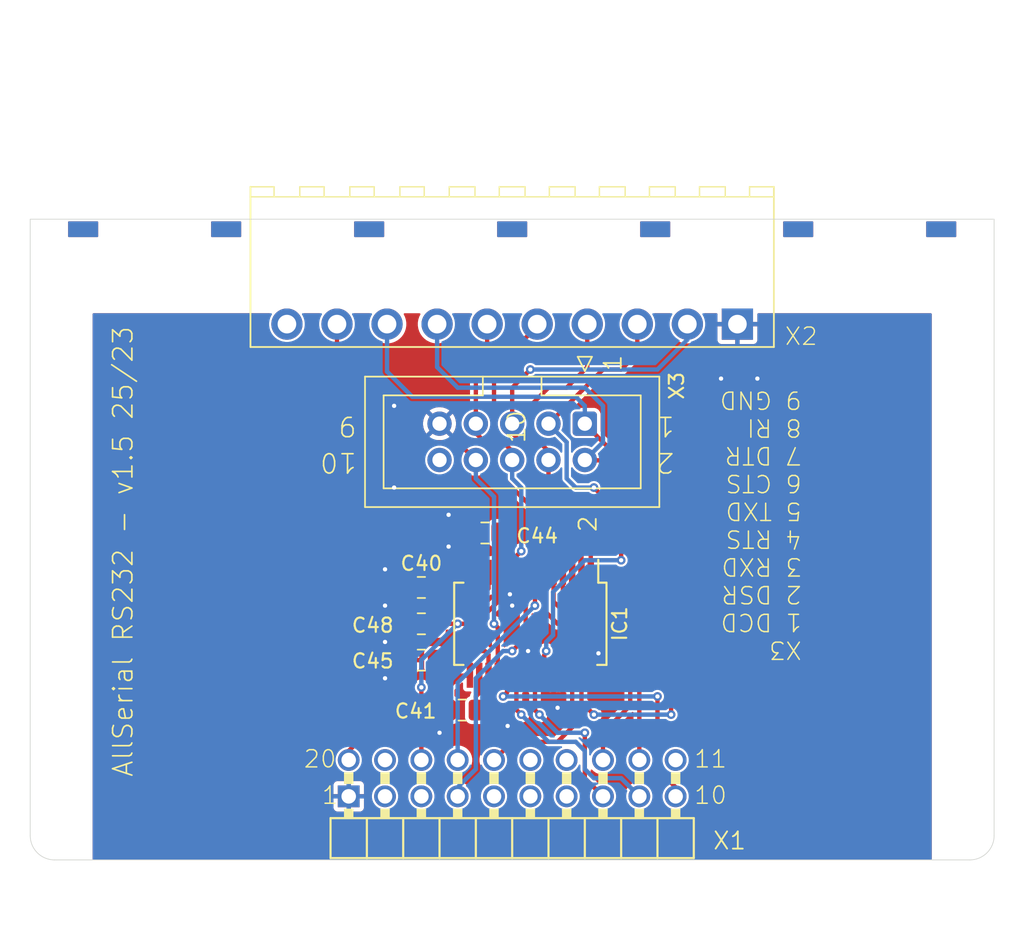
<source format=kicad_pcb>
(kicad_pcb (version 20241229) (generator "pcbnew") (generator_version "9.0")
  (layers (0 "F.Cu" signal "Top") (2 "B.Cu" signal "Bottom") (13 "F.Paste" user) (15 "B.Paste" user) (5 "F.SilkS" user "F.Silkscreen") (7 "B.SilkS" user "B.Silkscreen") (1 "F.Mask" user) (3 "B.Mask" user) (25 "Edge.Cuts" user))
  (net 0 "")
  (net 1 "GND")
  (net 2 "+5V")
  (net 3 "Net-(IC1A-C1-)")
  (net 4 "Net-(IC1A-C1+)")
  (net 5 "Net-(IC1A-C2+)")
  (net 6 "Net-(IC1A-C2-)")
  (net 7 "Net-(IC1A-V+)")
  (net 8 "Net-(IC1A-R2OUT)")
  (net 9 "/DCD")
  (net 10 "/RXD")
  (net 11 "/RI")
  (net 12 "/CTS")
  (net 13 "/DSR")
  (net 14 "/DTR")
  (net 15 "/TXD")
  (net 16 "/RTS")
  (net 17 "Net-(IC1A-T2IN)")
  (net 18 "Net-(IC1A-T1IN)")
  (net 19 "Net-(IC1A-R1OUT)")
  (net 20 "Net-(IC1A-V-)")
  (net 21 "Net-(IC1A-R5OUT)")
  (net 22 "Net-(IC1A-T3IN)")
  (net 23 "Net-(IC1A-R4OUT)")
  (net 24 "Net-(IC1A-R3OUT)")
  (footprint "Capacitor_SMD:C_0805_2012Metric" (layer "F.Cu") (at 142.1511 108.3536)
    (property "Reference" "C40" (at 0 -1.68 0) (layer "F.SilkS"))
    (property "Value" "100n")
    (fp_line (start -0.261252 -0.735) (end 0.261252 -0.735) (stroke (width 0.12)) (layer "F.SilkS"))
    (fp_line (start -0.261252 0.735) (end 0.261252 0.735) (stroke (width 0.12)) (layer "F.SilkS"))
    (pad "1" smd roundrect (at -0.95 0) (size 1 1.45) (layers "F.Cu" "F.Mask" "F.Paste") (net 3 "Net-(IC1A-C1-)"))
    (pad "2" smd roundrect (at 0.95 0) (size 1 1.45) (layers "F.Cu" "F.Mask" "F.Paste") (net 4 "Net-(IC1A-C1+)"))
  )
  (footprint "Capacitor_SMD:C_0805_2012Metric" (layer "F.Cu") (at 145.0086 116.9261)
    (property "Reference" "C41" (at -3.2586 0.0739 0) (layer "F.SilkS"))
    (property "Value" "100n")
    (fp_line (start -0.261252 -0.735) (end 0.261252 -0.735) (stroke (width 0.12)) (layer "F.SilkS"))
    (fp_line (start -0.261252 0.735) (end 0.261252 0.735) (stroke (width 0.12)) (layer "F.SilkS"))
    (pad "1" smd roundrect (at -0.95 0) (size 1 1.45) (layers "F.Cu" "F.Mask" "F.Paste") (net 5 "Net-(IC1A-C2+)"))
    (pad "2" smd roundrect (at 0.95 0) (size 1 1.45) (layers "F.Cu" "F.Mask" "F.Paste") (net 6 "Net-(IC1A-C2-)"))
  )
  (footprint "Capacitor_SMD:C_0805_2012Metric" (layer "F.Cu") (at 146.5961 104.5436)
    (property "Reference" "C44" (at 3.6539 0.2064 0) (layer "F.SilkS"))
    (property "Value" "100n")
    (fp_line (start -0.261252 -0.735) (end 0.261252 -0.735) (stroke (width 0.12)) (layer "F.SilkS"))
    (fp_line (start -0.261252 0.735) (end 0.261252 0.735) (stroke (width 0.12)) (layer "F.SilkS"))
    (pad "1" smd roundrect (at -0.95 0) (size 1 1.45) (layers "F.Cu" "F.Mask" "F.Paste") (net 7 "Net-(IC1A-V+)"))
    (pad "2" smd roundrect (at 0.95 0) (size 1 1.45) (layers "F.Cu" "F.Mask" "F.Paste") (net 2 "+5V"))
  )
  (footprint "Capacitor_SMD:C_0805_2012Metric" (layer "F.Cu") (at 142.1511 113.4336 180)
    (property "Reference" "C45" (at 3.4011 -0.0664 180) (layer "F.SilkS"))
    (property "Value" "100n")
    (fp_line (start -0.261252 0.735) (end 0.261252 0.735) (stroke (width 0.12)) (layer "F.SilkS"))
    (fp_line (start -0.261252 -0.735) (end 0.261252 -0.735) (stroke (width 0.12)) (layer "F.SilkS"))
    (pad "1" smd roundrect (at -0.95 0 180) (size 1 1.45) (layers "F.Cu" "F.Mask" "F.Paste") (net 20 "Net-(IC1A-V-)"))
    (pad "2" smd roundrect (at 0.95 0 180) (size 1 1.45) (layers "F.Cu" "F.Mask" "F.Paste") (net 1 "GND"))
  )
  (footprint "Capacitor_SMD:C_0805_2012Metric" (layer "F.Cu") (at 142.1511 110.8936 180)
    (property "Reference" "C48" (at 3.4011 -0.1064 180) (layer "F.SilkS"))
    (property "Value" "100n")
    (fp_line (start -0.261252 0.735) (end 0.261252 0.735) (stroke (width 0.12)) (layer "F.SilkS"))
    (fp_line (start -0.261252 -0.735) (end 0.261252 -0.735) (stroke (width 0.12)) (layer "F.SilkS"))
    (pad "1" smd roundrect (at -0.95 0 180) (size 1 1.45) (layers "F.Cu" "F.Mask" "F.Paste") (net 2 "+5V"))
    (pad "2" smd roundrect (at 0.95 0 180) (size 1 1.45) (layers "F.Cu" "F.Mask" "F.Paste") (net 1 "GND"))
  )
  (footprint "AllSerial:SlaveBoard" (layer "F.Cu") (at 148.5011 127.4036)
    (property "Reference" "X1" (at 13.97 -0.635 0) (layer "F.SilkS") (effects (font (size 1.2065 1.2065) (thickness 0.127)) (justify left bottom)))
    (property "Value" "ALLSERIALSLAVE" (hide yes))
    (fp_rect (start -31 -44.6) (end -29 -43.6) (stroke (width 0.1)) (fill yes) (layer "F.Cu"))
    (fp_rect (start -21 -44.6) (end -19 -43.6) (stroke (width 0.1)) (fill yes) (layer "F.Cu"))
    (fp_rect (start -11 -44.6) (end -9 -43.6) (stroke (width 0.1)) (fill yes) (layer "F.Cu"))
    (fp_rect (start -1 -44.6) (end 1 -43.6) (stroke (width 0.1)) (fill yes) (layer "F.Cu"))
    (fp_rect (start 9 -44.6) (end 11 -43.6) (stroke (width 0.1)) (fill yes) (layer "F.Cu"))
    (fp_rect (start 19 -44.6) (end 21 -43.6) (stroke (width 0.1)) (fill yes) (layer "F.Cu"))
    (fp_rect (start 29 -44.6) (end 31 -43.6) (stroke (width 0.1)) (fill yes) (layer "F.Cu"))
    (fp_rect (start -31 -44.6) (end -29 -43.6) (stroke (width 0.1)) (fill yes) (layer "B.Cu"))
    (fp_rect (start -21 -44.6) (end -19 -43.6) (stroke (width 0.1)) (fill yes) (layer "B.Cu"))
    (fp_rect (start -11 -44.6) (end -9 -43.6) (stroke (width 0.1)) (fill yes) (layer "B.Cu"))
    (fp_rect (start -1 -44.6) (end 1 -43.6) (stroke (width 0.1)) (fill yes) (layer "B.Cu"))
    (fp_rect (start 9 -44.6) (end 11 -43.6) (stroke (width 0.1)) (fill yes) (layer "B.Cu"))
    (fp_rect (start 19 -44.6) (end 21 -43.6) (stroke (width 0.1)) (fill yes) (layer "B.Cu"))
    (fp_rect (start 29 -44.6) (end 31 -43.6) (stroke (width 0.1)) (fill yes) (layer "B.Cu"))
    (fp_line (start -12.7 -2.921) (end -12.7 -0.127) (stroke (width 0.1524)) (layer "F.SilkS"))
    (fp_line (start -12.7 -2.921) (end -10.16 -2.921) (stroke (width 0.1524)) (layer "F.SilkS"))
    (fp_line (start -10.16 -2.921) (end -10.16 -0.127) (stroke (width 0.1524)) (layer "F.SilkS"))
    (fp_line (start -10.16 -2.921) (end -7.62 -2.921) (stroke (width 0.1524)) (layer "F.SilkS"))
    (fp_line (start -10.16 -0.127) (end -12.7 -0.127) (stroke (width 0.1524)) (layer "F.SilkS"))
    (fp_line (start -7.62 -2.921) (end -7.62 -0.127) (stroke (width 0.1524)) (layer "F.SilkS"))
    (fp_line (start -7.62 -2.921) (end -5.08 -2.921) (stroke (width 0.1524)) (layer "F.SilkS"))
    (fp_line (start -7.62 -0.127) (end -10.16 -0.127) (stroke (width 0.1524)) (layer "F.SilkS"))
    (fp_line (start -5.08 -2.921) (end -5.08 -0.127) (stroke (width 0.1524)) (layer "F.SilkS"))
    (fp_line (start -5.08 -0.127) (end -7.62 -0.127) (stroke (width 0.1524)) (layer "F.SilkS"))
    (fp_line (start -2.54 -2.921) (end -5.08 -2.921) (stroke (width 0.1524)) (layer "F.SilkS"))
    (fp_line (start -2.54 -2.921) (end -2.54 -0.127) (stroke (width 0.1524)) (layer "F.SilkS"))
    (fp_line (start -2.54 -2.921) (end 0 -2.921) (stroke (width 0.1524)) (layer "F.SilkS"))
    (fp_line (start -2.54 -0.127) (end -5.08 -0.127) (stroke (width 0.1524)) (layer "F.SilkS"))
    (fp_line (start 0 -2.921) (end 0 -0.127) (stroke (width 0.1524)) (layer "F.SilkS"))
    (fp_line (start 0 -2.921) (end 2.54 -2.921) (stroke (width 0.1524)) (layer "F.SilkS"))
    (fp_line (start 0 -0.127) (end -2.54 -0.127) (stroke (width 0.1524)) (layer "F.SilkS"))
    (fp_line (start 2.54 -2.921) (end 2.54 -0.127) (stroke (width 0.1524)) (layer "F.SilkS"))
    (fp_line (start 2.54 -2.921) (end 5.08 -2.921) (stroke (width 0.1524)) (layer "F.SilkS"))
    (fp_line (start 2.54 -0.127) (end 0 -0.127) (stroke (width 0.1524)) (layer "F.SilkS"))
    (fp_line (start 5.08 -2.921) (end 5.08 -0.127) (stroke (width 0.1524)) (layer "F.SilkS"))
    (fp_line (start 5.08 -2.921) (end 7.62 -2.921) (stroke (width 0.1524)) (layer "F.SilkS"))
    (fp_line (start 5.08 -0.127) (end 2.54 -0.127) (stroke (width 0.1524)) (layer "F.SilkS"))
    (fp_line (start 7.62 -2.921) (end 7.62 -0.127) (stroke (width 0.1524)) (layer "F.SilkS"))
    (fp_line (start 7.62 -0.127) (end 5.08 -0.127) (stroke (width 0.1524)) (layer "F.SilkS"))
    (fp_line (start 10.16 -2.921) (end 7.62 -2.921) (stroke (width 0.1524)) (layer "F.SilkS"))
    (fp_line (start 10.16 -2.921) (end 10.16 -0.127) (stroke (width 0.1524)) (layer "F.SilkS"))
    (fp_line (start 10.16 -2.921) (end 12.7 -2.921) (stroke (width 0.1524)) (layer "F.SilkS"))
    (fp_line (start 10.16 -0.127) (end 7.62 -0.127) (stroke (width 0.1524)) (layer "F.SilkS"))
    (fp_line (start 12.7 -2.921) (end 12.7 -0.127) (stroke (width 0.1524)) (layer "F.SilkS"))
    (fp_line (start 12.7 -0.127) (end 10.16 -0.127) (stroke (width 0.1524)) (layer "F.SilkS"))
    (fp_poly (pts (xy -11.0998 -6.1214) (xy -11.7602 -6.1214) (xy -11.7602 -5.3086) (xy -11.0998 -5.3086)) (fill yes) (layer "F.SilkS"))
    (fp_poly (pts (xy -11.0998 -3.5814) (xy -11.7602 -3.5814) (xy -11.7602 -2.921) (xy -11.0998 -2.921)) (fill yes) (layer "F.SilkS"))
    (fp_poly (pts (xy -8.5598 -6.1214) (xy -9.2202 -6.1214) (xy -9.2202 -5.3086) (xy -8.5598 -5.3086)) (fill yes) (layer "F.SilkS"))
    (fp_poly (pts (xy -8.5598 -3.5814) (xy -9.2202 -3.5814) (xy -9.2202 -2.921) (xy -8.5598 -2.921)) (fill yes) (layer "F.SilkS"))
    (fp_poly (pts (xy -6.0198 -6.1214) (xy -6.6802 -6.1214) (xy -6.6802 -5.3086) (xy -6.0198 -5.3086)) (fill yes) (layer "F.SilkS"))
    (fp_poly (pts (xy -6.0198 -3.5814) (xy -6.6802 -3.5814) (xy -6.6802 -2.921) (xy -6.0198 -2.921)) (fill yes) (layer "F.SilkS"))
    (fp_poly (pts (xy -3.4798 -6.1214) (xy -4.1402 -6.1214) (xy -4.1402 -5.3086) (xy -3.4798 -5.3086)) (fill yes) (layer "F.SilkS"))
    (fp_poly (pts (xy -3.4798 -3.5814) (xy -4.1402 -3.5814) (xy -4.1402 -2.921) (xy -3.4798 -2.921)) (fill yes) (layer "F.SilkS"))
    (fp_poly (pts (xy -0.9398 -6.1214) (xy -1.6002 -6.1214) (xy -1.6002 -5.3086) (xy -0.9398 -5.3086)) (fill yes) (layer "F.SilkS"))
    (fp_poly (pts (xy -0.9398 -3.5814) (xy -1.6002 -3.5814) (xy -1.6002 -2.921) (xy -0.9398 -2.921)) (fill yes) (layer "F.SilkS"))
    (fp_poly (pts (xy 1.6002 -6.1214) (xy 0.9398 -6.1214) (xy 0.9398 -5.3086) (xy 1.6002 -5.3086)) (fill yes) (layer "F.SilkS"))
    (fp_poly (pts (xy 1.6002 -3.5814) (xy 0.9398 -3.5814) (xy 0.9398 -2.921) (xy 1.6002 -2.921)) (fill yes) (layer "F.SilkS"))
    (fp_poly (pts (xy 4.1402 -6.1214) (xy 3.4798 -6.1214) (xy 3.4798 -5.3086) (xy 4.1402 -5.3086)) (fill yes) (layer "F.SilkS"))
    (fp_poly (pts (xy 4.1402 -3.5814) (xy 3.4798 -3.5814) (xy 3.4798 -2.921) (xy 4.1402 -2.921)) (fill yes) (layer "F.SilkS"))
    (fp_poly (pts (xy 6.6802 -6.1214) (xy 6.0198 -6.1214) (xy 6.0198 -5.3086) (xy 6.6802 -5.3086)) (fill yes) (layer "F.SilkS"))
    (fp_poly (pts (xy 6.6802 -3.5814) (xy 6.0198 -3.5814) (xy 6.0198 -2.921) (xy 6.6802 -2.921)) (fill yes) (layer "F.SilkS"))
    (fp_poly (pts (xy 9.2202 -6.1214) (xy 8.5598 -6.1214) (xy 8.5598 -5.3086) (xy 9.2202 -5.3086)) (fill yes) (layer "F.SilkS"))
    (fp_poly (pts (xy 9.2202 -3.5814) (xy 8.5598 -3.5814) (xy 8.5598 -2.921) (xy 9.2202 -2.921)) (fill yes) (layer "F.SilkS"))
    (fp_poly (pts (xy 11.7602 -6.1214) (xy 11.0998 -6.1214) (xy 11.0998 -5.3086) (xy 11.7602 -5.3086)) (fill yes) (layer "F.SilkS"))
    (fp_poly (pts (xy 11.7602 -3.5814) (xy 11.0998 -3.5814) (xy 11.0998 -2.921) (xy 11.7602 -2.921)) (fill yes) (layer "F.SilkS"))
    (fp_line (start -33.7 -44.8) (end 33.7 -44.8) (stroke (width 0.05)) (layer "Edge.Cuts"))
    (fp_line (start -33.7 -1.7) (end -33.7 -44.8) (stroke (width 0.05)) (layer "Edge.Cuts"))
    (fp_line (start 32 0) (end -32 0) (stroke (width 0.05)) (layer "Edge.Cuts"))
    (fp_line (start 33.7 -44.8) (end 33.7 -1.7) (stroke (width 0.05)) (layer "Edge.Cuts"))
    (fp_arc (start -32 0) (mid -33.202082 -0.497918) (end -33.7 -1.7) (stroke (width 0.05)) (layer "Edge.Cuts"))
    (fp_arc (start 33.7 -1.7) (mid 33.202082 -0.497918) (end 32 0) (stroke (width 0.05)) (layer "Edge.Cuts"))
    (fp_text user "1" (at -13.38 -3.81 0) (layer "F.SilkS") (effects (font (size 1.2065 1.2065) (thickness 0.1016)) (justify left bottom)))
    (fp_text user "11" (at 12.655 -6.35 0) (layer "F.SilkS") (effects (font (size 1.2065 1.2065) (thickness 0.1016)) (justify left bottom)))
    (fp_text user "10" (at 12.655 -3.81 0) (layer "F.SilkS") (effects (font (size 1.2065 1.2065) (thickness 0.1016)) (justify left bottom)))
    (fp_text user "20" (at -14.65 -6.35 0) (layer "F.SilkS") (effects (font (size 1.2065 1.2065) (thickness 0.1016)) (justify left bottom)))
    (pad "1" thru_hole rect (at -11.43 -4.445 180) (size 1.524 1.524) (drill 1.016) (layers "*.Cu" "*.Mask") (net 1 "GND"))
    (pad "2" thru_hole circle (at -8.89 -4.445 180) (size 1.524 1.524) (drill 1.016) (layers "*.Cu" "*.Mask"))
    (pad "3" thru_hole circle (at -6.35 -4.445 180) (size 1.524 1.524) (drill 1.016) (layers "*.Cu" "*.Mask"))
    (pad "4" thru_hole circle (at -3.81 -4.445 180) (size 1.524 1.524) (drill 1.016) (layers "*.Cu" "*.Mask") (net 19 "Net-(IC1A-R1OUT)"))
    (pad "5" thru_hole circle (at -1.27 -4.445 180) (size 1.524 1.524) (drill 1.016) (layers "*.Cu" "*.Mask"))
    (pad "6" thru_hole circle (at 1.27 -4.445 180) (size 1.524 1.524) (drill 1.016) (layers "*.Cu" "*.Mask"))
    (pad "7" thru_hole circle (at 3.81 -4.445 180) (size 1.524 1.524) (drill 1.016) (layers "*.Cu" "*.Mask"))
    (pad "8" thru_hole circle (at 6.35 -4.445 180) (size 1.524 1.524) (drill 1.016) (layers "*.Cu" "*.Mask") (net 23 "Net-(IC1A-R4OUT)"))
    (pad "9" thru_hole circle (at 8.89 -4.445 180) (size 1.524 1.524) (drill 1.016) (layers "*.Cu" "*.Mask") (net 22 "Net-(IC1A-T3IN)"))
    (pad "10" thru_hole circle (at 11.43 -4.445 180) (size 1.524 1.524) (drill 1.016) (layers "*.Cu" "*.Mask") (net 21 "Net-(IC1A-R5OUT)"))
    (pad "11" thru_hole circle (at 11.43 -6.985 180) (size 1.524 1.524) (drill 1.016) (layers "*.Cu" "*.Mask"))
    (pad "12" thru_hole circle (at 8.89 -6.985 180) (size 1.524 1.524) (drill 1.016) (layers "*.Cu" "*.Mask") (net 8 "Net-(IC1A-R2OUT)"))
    (pad "13" thru_hole circle (at 6.35 -6.985 180) (size 1.524 1.524) (drill 1.016) (layers "*.Cu" "*.Mask") (net 17 "Net-(IC1A-T2IN)"))
    (pad "14" thru_hole circle (at 3.81 -6.985 180) (size 1.524 1.524) (drill 1.016) (layers "*.Cu" "*.Mask"))
    (pad "15" thru_hole circle (at 1.27 -6.985 180) (size 1.524 1.524) (drill 1.016) (layers "*.Cu" "*.Mask"))
    (pad "16" thru_hole circle (at -1.27 -6.985 180) (size 1.524 1.524) (drill 1.016) (layers "*.Cu" "*.Mask") (net 24 "Net-(IC1A-R3OUT)"))
    (pad "17" thru_hole circle (at -3.81 -6.985 180) (size 1.524 1.524) (drill 1.016) (layers "*.Cu" "*.Mask") (net 18 "Net-(IC1A-T1IN)"))
    (pad "18" thru_hole circle (at -6.35 -6.985 180) (size 1.524 1.524) (drill 1.016) (layers "*.Cu" "*.Mask") (net 2 "+5V"))
    (pad "19" thru_hole circle (at -8.89 -6.985 180) (size 1.524 1.524) (drill 1.016) (layers "*.Cu" "*.Mask"))
    (pad "20" thru_hole circle (at -11.43 -6.985 180) (size 1.524 1.524) (drill 1.016) (layers "*.Cu" "*.Mask") (net 2 "+5V"))
  )
  (footprint "Package_SO:SSOP-28_5.3x10.2mm_P0.65mm" (layer "F.Cu") (at 149.7711 110.8936 -90)
    (property "Reference" "IC1" (at 0 -6.25 270) (layer "F.SilkS"))
    (property "Value" "MAX211CDB")
    (fp_line (start -2.875 5.325) (end 2.875 5.325) (stroke (width 0.15)) (layer "F.SilkS"))
    (fp_line (start -2.875 5.325) (end -2.875 4.675) (stroke (width 0.15)) (layer "F.SilkS"))
    (fp_line (start 2.875 5.325) (end 2.875 4.675) (stroke (width 0.15)) (layer "F.SilkS"))
    (fp_line (start -2.875 -4.75) (end -4.475 -4.75) (stroke (width 0.15)) (layer "F.SilkS"))
    (fp_line (start -2.875 -5.325) (end -2.875 -4.75) (stroke (width 0.15)) (layer "F.SilkS"))
    (fp_line (start -2.875 -5.325) (end 2.875 -5.325) (stroke (width 0.15)) (layer "F.SilkS"))
    (fp_line (start 2.875 -5.325) (end 2.875 -4.675) (stroke (width 0.15)) (layer "F.SilkS"))
    (pad "1" smd rect (at -3.6 -4.225 270) (size 1.75 0.45) (layers "F.Cu" "F.Mask" "F.Paste") (net 16 "/RTS"))
    (pad "2" smd rect (at -3.6 -3.575 270) (size 1.75 0.45) (layers "F.Cu" "F.Mask" "F.Paste") (net 15 "/TXD"))
    (pad "3" smd rect (at -3.6 -2.925 270) (size 1.75 0.45) (layers "F.Cu" "F.Mask" "F.Paste") (net 14 "/DTR"))
    (pad "4" smd rect (at -3.6 -2.275 270) (size 1.75 0.45) (layers "F.Cu" "F.Mask" "F.Paste") (net 13 "/DSR"))
    (pad "5" smd rect (at -3.6 -1.625 270) (size 1.75 0.45) (layers "F.Cu" "F.Mask" "F.Paste") (net 8 "Net-(IC1A-R2OUT)"))
    (pad "6" smd rect (at -3.6 -0.975 270) (size 1.75 0.45) (layers "F.Cu" "F.Mask" "F.Paste") (net 17 "Net-(IC1A-T2IN)"))
    (pad "7" smd rect (at -3.6 -0.325 270) (size 1.75 0.45) (layers "F.Cu" "F.Mask" "F.Paste") (net 18 "Net-(IC1A-T1IN)"))
    (pad "8" smd rect (at -3.6 0.325 270) (size 1.75 0.45) (layers "F.Cu" "F.Mask" "F.Paste") (net 19 "Net-(IC1A-R1OUT)"))
    (pad "9" smd rect (at -3.6 0.975 270) (size 1.75 0.45) (layers "F.Cu" "F.Mask" "F.Paste") (net 12 "/CTS"))
    (pad "10" smd rect (at -3.6 1.625 270) (size 1.75 0.45) (layers "F.Cu" "F.Mask" "F.Paste") (net 1 "GND"))
    (pad "11" smd rect (at -3.6 2.275 270) (size 1.75 0.45) (layers "F.Cu" "F.Mask" "F.Paste") (net 2 "+5V"))
    (pad "12" smd rect (at -3.6 2.925 270) (size 1.75 0.45) (layers "F.Cu" "F.Mask" "F.Paste") (net 4 "Net-(IC1A-C1+)"))
    (pad "13" smd rect (at -3.6 3.575 270) (size 1.75 0.45) (layers "F.Cu" "F.Mask" "F.Paste") (net 7 "Net-(IC1A-V+)"))
    (pad "14" smd rect (at -3.6 4.225 270) (size 1.75 0.45) (layers "F.Cu" "F.Mask" "F.Paste") (net 3 "Net-(IC1A-C1-)"))
    (pad "15" smd rect (at 3.6 4.225 270) (size 1.75 0.45) (layers "F.Cu" "F.Mask" "F.Paste") (net 5 "Net-(IC1A-C2+)"))
    (pad "16" smd rect (at 3.6 3.575 270) (size 1.75 0.45) (layers "F.Cu" "F.Mask" "F.Paste") (net 6 "Net-(IC1A-C2-)"))
    (pad "17" smd rect (at 3.6 2.925 270) (size 1.75 0.45) (layers "F.Cu" "F.Mask" "F.Paste") (net 20 "Net-(IC1A-V-)"))
    (pad "18" smd rect (at 3.6 2.275 270) (size 1.75 0.45) (layers "F.Cu" "F.Mask" "F.Paste") (net 11 "/RI"))
    (pad "19" smd rect (at 3.6 1.625 270) (size 1.75 0.45) (layers "F.Cu" "F.Mask" "F.Paste") (net 21 "Net-(IC1A-R5OUT)"))
    (pad "20" smd rect (at 3.6 0.975 270) (size 1.75 0.45) (layers "F.Cu" "F.Mask" "F.Paste") (net 22 "Net-(IC1A-T3IN)"))
    (pad "21" smd rect (at 3.6 0.325 270) (size 1.75 0.45) (layers "F.Cu" "F.Mask" "F.Paste") (net 1 "GND"))
    (pad "22" smd rect (at 3.6 -0.325 270) (size 1.75 0.45) (layers "F.Cu" "F.Mask" "F.Paste") (net 23 "Net-(IC1A-R4OUT)"))
    (pad "23" smd rect (at 3.6 -0.975 270) (size 1.75 0.45) (layers "F.Cu" "F.Mask" "F.Paste") (net 10 "/RXD"))
    (pad "24" smd rect (at 3.6 -1.625 270) (size 1.75 0.45) (layers "F.Cu" "F.Mask" "F.Paste") (net 1 "GND"))
    (pad "25" smd rect (at 3.6 -2.275 270) (size 1.75 0.45) (layers "F.Cu" "F.Mask" "F.Paste") (net 1 "GND"))
    (pad "26" smd rect (at 3.6 -2.925 270) (size 1.75 0.45) (layers "F.Cu" "F.Mask" "F.Paste") (net 24 "Net-(IC1A-R3OUT)"))
    (pad "27" smd rect (at 3.6 -3.575 270) (size 1.75 0.45) (layers "F.Cu" "F.Mask" "F.Paste") (net 9 "/DCD"))
    (pad "28" smd rect (at 3.6 -4.225 270) (size 1.75 0.45) (layers "F.Cu" "F.Mask" "F.Paste"))
  )
  (footprint "AllSerial:Metz_PT11310HBBN_182" (layer "F.Cu") (at 148.5011 89.9386 180)
    (property "Reference" "X2" (at -18.9989 -1.5614 0) (layer "F.SilkS") (effects (font (size 1.2065 1.2065) (thickness 0.09652)) (justify left bottom)))
    (property "Value" "AKL18X-10W")
    (fp_line (start 18.3 8.9) (end -18.3 8.9) (stroke (width 0.1)) (layer "F.SilkS"))
    (fp_line (start 18.3 -1.6) (end 18.3 9.6) (stroke (width 0.127)) (layer "F.SilkS"))
    (fp_line (start 16.65 9.6) (end 18.3 9.6) (stroke (width 0.1)) (layer "F.SilkS"))
    (fp_line (start 16.65 8.9) (end 16.65 9.6) (stroke (width 0.1)) (layer "F.SilkS"))
    (fp_line (start 14.85 9.6) (end 14.85 8.9) (stroke (width 0.1)) (layer "F.SilkS"))
    (fp_line (start 13.15 9.6) (end 14.85 9.6) (stroke (width 0.1)) (layer "F.SilkS"))
    (fp_line (start 13.15 8.9) (end 13.15 9.6) (stroke (width 0.1)) (layer "F.SilkS"))
    (fp_line (start 11.35 9.6) (end 11.35 8.9) (stroke (width 0.1)) (layer "F.SilkS"))
    (fp_line (start 9.65 9.6) (end 11.35 9.6) (stroke (width 0.1)) (layer "F.SilkS"))
    (fp_line (start 9.65 8.9) (end 9.65 9.6) (stroke (width 0.1)) (layer "F.SilkS"))
    (fp_line (start 7.85 9.6) (end 7.85 8.9) (stroke (width 0.1)) (layer "F.SilkS"))
    (fp_line (start 6.15 9.6) (end 7.85 9.6) (stroke (width 0.1)) (layer "F.SilkS"))
    (fp_line (start 6.15 8.9) (end 6.15 9.6) (stroke (width 0.1)) (layer "F.SilkS"))
    (fp_line (start 4.4 9.6) (end 4.4 8.9) (stroke (width 0.1)) (layer "F.SilkS"))
    (fp_line (start 2.6 9.6) (end 4.4 9.6) (stroke (width 0.1)) (layer "F.SilkS"))
    (fp_line (start 2.6 8.9) (end 2.6 9.6) (stroke (width 0.1)) (layer "F.SilkS"))
    (fp_line (start 0.9 9.6) (end 0.9 8.9) (stroke (width 0.1)) (layer "F.SilkS"))
    (fp_line (start -0.9 9.6) (end 0.9 9.6) (stroke (width 0.1)) (layer "F.SilkS"))
    (fp_line (start -0.9 8.9) (end -0.9 9.6) (stroke (width 0.1)) (layer "F.SilkS"))
    (fp_line (start -2.6 9.6) (end -2.6 8.9) (stroke (width 0.1)) (layer "F.SilkS"))
    (fp_line (start -4.4 9.6) (end -2.6 9.6) (stroke (width 0.1)) (layer "F.SilkS"))
    (fp_line (start -4.4 8.9) (end -4.4 9.6) (stroke (width 0.1)) (layer "F.SilkS"))
    (fp_line (start -6.1 9.6) (end -6.1 8.9) (stroke (width 0.1)) (layer "F.SilkS"))
    (fp_line (start -7.9 9.6) (end -6.1 9.6) (stroke (width 0.1)) (layer "F.SilkS"))
    (fp_line (start -7.9 8.9) (end -7.9 9.6) (stroke (width 0.1)) (layer "F.SilkS"))
    (fp_line (start -9.6 9.6) (end -9.6 8.9) (stroke (width 0.1)) (layer "F.SilkS"))
    (fp_line (start -11.4 9.6) (end -9.6 9.6) (stroke (width 0.1)) (layer "F.SilkS"))
    (fp_line (start -11.4 8.9) (end -11.4 9.6) (stroke (width 0.1)) (layer "F.SilkS"))
    (fp_line (start -13.1 9.6) (end -13.1 8.9) (stroke (width 0.1)) (layer "F.SilkS"))
    (fp_line (start -14.9 9.6) (end -13.1 9.6) (stroke (width 0.1)) (layer "F.SilkS"))
    (fp_line (start -14.9 8.9) (end -14.9 9.6) (stroke (width 0.1)) (layer "F.SilkS"))
    (fp_line (start -16.6 9.6) (end -16.6 8.9) (stroke (width 0.1)) (layer "F.SilkS"))
    (fp_line (start -18.3 9.6) (end -16.6 9.6) (stroke (width 0.1)) (layer "F.SilkS"))
    (fp_line (start -18.3 9.6) (end -18.3 -1.6) (stroke (width 0.127)) (layer "F.SilkS"))
    (fp_line (start -18.3 -1.6) (end 18.3 -1.6) (stroke (width 0.127)) (layer "F.SilkS"))
    (pad "1" thru_hole rect (at -15.75 0 270) (size 2.1844 2.1844) (drill 1.3) (layers "*.Cu" "*.Mask") (net 1 "GND"))
    (pad "2" thru_hole circle (at -12.25 0 270) (size 2.1844 2.1844) (drill 1.3) (layers "*.Cu" "*.Mask") (net 15 "/TXD"))
    (pad "3" thru_hole circle (at -8.75 0 270) (size 2.1844 2.1844) (drill 1.3) (layers "*.Cu" "*.Mask") (net 10 "/RXD"))
    (pad "4" thru_hole circle (at -5.25 0 270) (size 2.1844 2.1844) (drill 1.3) (layers "*.Cu" "*.Mask") (net 16 "/RTS"))
    (pad "5" thru_hole circle (at -1.75 0 270) (size 2.1844 2.1844) (drill 1.3) (layers "*.Cu" "*.Mask") (net 12 "/CTS"))
    (pad "6" thru_hole circle (at 1.75 0 270) (size 2.1844 2.1844) (drill 1.3) (layers "*.Cu" "*.Mask") (net 14 "/DTR"))
    (pad "7" thru_hole circle (at 5.25 0 270) (size 2.1844 2.1844) (drill 1.3) (layers "*.Cu" "*.Mask") (net 13 "/DSR"))
    (pad "8" thru_hole circle (at 8.75 0 270) (size 2.1844 2.1844) (drill 1.3) (layers "*.Cu" "*.Mask") (net 9 "/DCD"))
    (pad "9" thru_hole circle (at 12.25 0 270) (size 2.1844 2.1844) (drill 1.3) (layers "*.Cu" "*.Mask") (net 11 "/RI"))
    (pad "10" thru_hole circle (at 15.75 0 270) (size 2.1844 2.1844) (drill 1.3) (layers "*.Cu" "*.Mask"))
  )
  (footprint "Connector_IDC:IDC-Header_2x05_P2.54mm_Vertical" (layer "F.Cu") (at 153.5811 96.901 -90)
    (property "Reference" "X3" (at -2.651 -6.4189 90) (layer "F.SilkS"))
    (property "Value" "ML10E")
    (fp_line (start -3.29 15.37) (end -3.29 -5.21) (stroke (width 0.12)) (layer "F.SilkS"))
    (fp_line (start 5.83 15.37) (end -3.29 15.37) (stroke (width 0.12)) (layer "F.SilkS"))
    (fp_line (start -1.98 14.07) (end -1.98 7.13) (stroke (width 0.12)) (layer "F.SilkS"))
    (fp_line (start 4.52 14.07) (end -1.98 14.07) (stroke (width 0.12)) (layer "F.SilkS"))
    (fp_line (start -1.98 7.13) (end -3.29 7.13) (stroke (width 0.12)) (layer "F.SilkS"))
    (fp_line (start -1.98 7.13) (end -1.98 7.13) (stroke (width 0.12)) (layer "F.SilkS"))
    (fp_line (start -3.29 3.03) (end -1.98 3.03) (stroke (width 0.12)) (layer "F.SilkS"))
    (fp_line (start -1.98 3.03) (end -1.98 -3.91) (stroke (width 0.12)) (layer "F.SilkS"))
    (fp_line (start -4.68 0.5) (end -3.68 0) (stroke (width 0.12)) (layer "F.SilkS"))
    (fp_line (start -3.68 0) (end -4.68 -0.5) (stroke (width 0.12)) (layer "F.SilkS"))
    (fp_line (start -4.68 -0.5) (end -4.68 0.5) (stroke (width 0.12)) (layer "F.SilkS"))
    (fp_line (start -1.98 -3.91) (end 4.52 -3.91) (stroke (width 0.12)) (layer "F.SilkS"))
    (fp_line (start 4.52 -3.91) (end 4.52 14.07) (stroke (width 0.12)) (layer "F.SilkS"))
    (fp_line (start -3.29 -5.21) (end 5.83 -5.21) (stroke (width 0.12)) (layer "F.SilkS"))
    (fp_line (start 5.83 -5.21) (end 5.83 15.37) (stroke (width 0.12)) (layer "F.SilkS"))
    (fp_text user "10" (at -1.016 4.064 90) (layer "F.SilkS") (effects (font (size 1.2065 1.2065) (thickness 0.127)) (justify right bottom)))
    (fp_text user "2" (at 6.349 -0.9189 90) (layer "F.SilkS") (effects (font (size 1.2065 1.2065) (thickness 0.127)) (justify right bottom)))
    (fp_text user "1" (at -4.901 -2.6689 90) (layer "F.SilkS") (effects (font (size 1.2065 1.2065) (thickness 0.127)) (justify right bottom)))
    (pad "1" thru_hole roundrect (at 0 0 270) (size 1.7 1.7) (drill 1) (layers "*.Cu" "*.Mask") (roundrect_rratio 0.147059) (net 9 "/DCD"))
    (pad "2" thru_hole circle (at 2.54 0 270) (size 1.7 1.7) (drill 1) (layers "*.Cu" "*.Mask") (net 13 "/DSR"))
    (pad "3" thru_hole circle (at 0 2.54 270) (size 1.7 1.7) (drill 1) (layers "*.Cu" "*.Mask") (net 10 "/RXD"))
    (pad "4" thru_hole circle (at 2.54 2.54 270) (size 1.7 1.7) (drill 1) (layers "*.Cu" "*.Mask") (net 16 "/RTS"))
    (pad "5" thru_hole circle (at 0 5.08 270) (size 1.7 1.7) (drill 1) (layers "*.Cu" "*.Mask") (net 15 "/TXD"))
    (pad "6" thru_hole circle (at 2.54 5.08 270) (size 1.7 1.7) (drill 1) (layers "*.Cu" "*.Mask") (net 12 "/CTS"))
    (pad "7" thru_hole circle (at 0 7.62 270) (size 1.7 1.7) (drill 1) (layers "*.Cu" "*.Mask") (net 14 "/DTR"))
    (pad "8" thru_hole circle (at 2.54 7.62 270) (size 1.7 1.7) (drill 1) (layers "*.Cu" "*.Mask") (net 11 "/RI"))
    (pad "9" thru_hole circle (at 0 10.16 270) (size 1.7 1.7) (drill 1) (layers "*.Cu" "*.Mask") (net 1 "GND"))
    (pad "10" thru_hole circle (at 2.54 10.16 270) (size 1.7 1.7) (drill 1) (layers "*.Cu" "*.Mask"))
  )
  (gr_text "9" (at 137.7061 96.2886 180) (layer "F.SilkS") (effects (font (size 1.35128 1.35128) (thickness 0.113792)) (justify left bottom)))
  (gr_text "10" (at 137.7061 98.8286 180) (layer "F.SilkS") (effects (font (size 1.35128 1.35128) (thickness 0.113792)) (justify left bottom)))
  (gr_text "1" (at 159.9311 96.2886 180) (layer "F.SilkS") (effects (font (size 1.35128 1.35128) (thickness 0.113792)) (justify left bottom)))
  (gr_text "AllSerial RS232 - v1.5 25/23" (at 120.5 90 90) (layer "F.SilkS") (effects (font (size 1.35128 1.35128) (thickness 0.113792)) (justify right top)))
  (gr_text "X3\n1 DCD\n2 DSR\n3 RXD\n4 RTS\n5 TXD\n6 CTS\n7 DTR\n8 RI\n9 GND" (at 168.8211 113.4336 180) (layer "F.SilkS") (effects (font (size 1.2065 1.2065) (thickness 0.1016)) (justify left top)))
  (gr_text "2" (at 159.9311 98.8286 180) (layer "F.SilkS") (effects (font (size 1.35128 1.35128) (thickness 0.113792)) (justify left bottom)))
  (segment (start 149.4461 114.4936) (end 149.4461 112.96485) (width 0.25) (layer "F.Cu") (net 1))
  (segment (start 149.4461 112.96485) (end 149.61235 112.7986) (width 0.25) (layer "F.Cu") (net 1))
  (via (at 154.5336 112.95735) (size 0.6048) (drill 0.3) (layers "F.Cu" "B.Cu") (net 1))
  (via (at 148.1836 118.03735) (size 0.6048) (drill 0.3) (layers "F.Cu" "B.Cu") (net 1))
  (via (at 151.6761 116.76735) (size 0.6048) (drill 0.3) (layers "F.Cu" "B.Cu") (net 1))
  (via (at 163.1061 93.7486) (size 0.6048) (drill 0.3) (layers "F.Cu" "B.Cu") (net 1))
  (via (at 144.0561 103.2736) (size 0.6048) (drill 0.3) (layers "F.Cu" "B.Cu") (net 1))
  (via (at 139.6111 107.0836) (size 0.6048) (drill 0.3) (layers "F.Cu" "B.Cu") (net 1))
  (via (at 144.0561 105.4961) (size 0.6048) (drill 0.3) (layers "F.Cu" "B.Cu") (net 1))
  (via (at 139.6111 112.1636) (size 0.6048) (drill 0.3) (layers "F.Cu" "B.Cu") (net 1))
  (via (at 139.6111 114.7036) (size 0.6048) (drill 0.3) (layers "F.Cu" "B.Cu") (net 1))
  (via (at 165.6461 93.7486) (size 0.6048) (drill 0.3) (layers "F.Cu" "B.Cu") (net 1))
  (via (at 139.6111 109.6236) (size 0.6048) (drill 0.3) (layers "F.Cu" "B.Cu") (net 1))
  (via (at 140.2461 95.6536) (size 0.6048) (drill 0.3) (layers "F.Cu" "B.Cu") (net 1))
  (via (at 143.4211 118.5136) (size 0.6048) (drill 0.3) (layers "F.Cu" "B.Cu") (net 1))
  (via (at 140.2461 101.3686) (size 0.6048) (drill 0.3) (layers "F.Cu" "B.Cu") (net 1))
  (via (at 148.34235 108.82985) (size 0.6048) (drill 0.3) (layers "F.Cu" "B.Cu") (net 1))
  (via (at 148.5011 109.6236) (size 0.6048) (drill 0.3) (layers "F.Cu" "B.Cu") (net 1))
  (via (at 149.61235 112.7986) (size 0.6048) (drill 0.3) (layers "F.Cu" "B.Cu") (net 1))
  (segment (start 137.0711 120.4186) (end 137.0711 119.7836) (width 0.3048) (layer "F.Cu") (net 2))
  (segment (start 147.4961 107.2686) (end 147.4961 109.3586) (width 0.3048) (layer "F.Cu") (net 2))
  (segment (start 145.9611 110.8936) (end 147.4961 109.3586) (width 0.3048) (layer "F.Cu") (net 2))
  (segment (start 147.4961 104.5936) (end 147.5461 104.5436) (width 0.3048) (layer "F.Cu") (net 2))
  (segment (start 144.6911 110.8936) (end 145.9611 110.8936) (width 0.3048) (layer "F.Cu") (net 2))
  (segment (start 142.1511 118.5136) (end 142.1511 115.3386) (width 0.3048) (layer "F.Cu") (net 2))
  (segment (start 142.1511 120.4186) (end 142.1511 118.5136) (width 0.3048) (layer "F.Cu") (net 2))
  (segment (start 138.3411 118.5136) (end 142.1511 118.5136) (width 0.3048) (layer "F.Cu") (net 2))
  (segment (start 137.0711 119.7836) (end 138.3411 118.5136) (width 0.3048) (layer "F.Cu") (net 2))
  (segment (start 147.4961 107.2686) (end 147.4961 104.5936) (width 0.3048) (layer "F.Cu") (net 2))
  (segment (start 143.1011 110.8936) (end 144.6911 110.8936) (width 0.3048) (layer "F.Cu") (net 2))
  (via (at 144.6911 110.8936) (size 0.6048) (drill 0.3) (layers "F.Cu" "B.Cu") (net 2))
  (via (at 142.1511 115.3386) (size 0.6048) (drill 0.3) (layers "F.Cu" "B.Cu") (net 2))
  (segment (start 142.1511 113.4336) (end 144.6911 110.8936) (width 0.3048) (layer "B.Cu") (net 2))
  (segment (start 142.1511 115.3386) (end 142.1511 113.4336) (width 0.3048) (layer "B.Cu") (net 2))
  (segment (start 144.0561 106.4486) (end 141.8336 106.4486) (width 0.3048) (layer "F.Cu") (net 3))
  (segment (start 145.5461 107.2686) (end 144.8761 107.2686) (width 0.3048) (layer "F.Cu") (net 3))
  (segment (start 141.2011 108.3536) (end 141.2011 107.0811) (width 0.3048) (layer "F.Cu") (net 3))
  (segment (start 144.8761 107.2686) (end 144.0561 106.4486) (width 0.3048) (layer "F.Cu") (net 3))
  (segment (start 141.2011 107.0811) (end 141.8336 106.4486) (width 0.3048) (layer "F.Cu") (net 3))
  (segment (start 145.0086 108.9886) (end 144.3736 108.3536) (width 0.3048) (layer "F.Cu") (net 4))
  (segment (start 144.3736 108.3536) (end 143.1011 108.3536) (width 0.3048) (layer "F.Cu") (net 4))
  (segment (start 146.2786 108.9886) (end 145.0086 108.9886) (width 0.3048) (layer "F.Cu") (net 4))
  (segment (start 146.8461 107.2686) (end 146.8461 108.4211) (width 0.3048) (layer "F.Cu") (net 4))
  (segment (start 146.8461 108.4211) (end 146.2786 108.9886) (width 0.3048) (layer "F.Cu") (net 4))
  (segment (start 145.5461 114.5186) (end 144.8761 114.5186) (width 0.3048) (layer "F.Cu") (net 5))
  (segment (start 144.0561 115.3386) (end 144.0561 116.9236) (width 0.3048) (layer "F.Cu") (net 5))
  (segment (start 144.0561 116.9236) (end 144.0586 116.9261) (width 0.3048) (layer "F.Cu") (net 5))
  (segment (start 144.8761 114.5186) (end 144.0561 115.3386) (width 0.3048) (layer "F.Cu") (net 5))
  (segment (start 146.1961 114.5186) (end 146.1961 115.7386) (width 0.3048) (layer "F.Cu") (net 6))
  (segment (start 145.9611 115.9736) (end 145.9611 116.9236) (width 0.3048) (layer "F.Cu") (net 6))
  (segment (start 146.1961 115.7386) (end 145.9611 115.9736) (width 0.3048) (layer "F.Cu") (net 6))
  (segment (start 145.9611 116.9236) (end 145.9586 116.9261) (width 0.3048) (layer "F.Cu") (net 6))
  (segment (start 145.6461 105.4986) (end 146.1961 106.0486) (width 0.3048) (layer "F.Cu") (net 7))
  (segment (start 146.1961 107.2686) (end 146.1961 106.0486) (width 0.3048) (layer "F.Cu") (net 7))
  (segment (start 145.6461 104.5436) (end 145.6461 105.4986) (width 0.3048) (layer "F.Cu") (net 7))
  (segment (start 152.3111 110.2586) (end 155.4861 110.2586) (width 0.3048) (layer "F.Cu") (net 8))
  (segment (start 155.4861 110.2586) (end 157.3911 112.1636) (width 0.3048) (layer "F.Cu") (net 8))
  (segment (start 151.3961 109.3436) (end 152.3111 110.2586) (width 0.3048) (layer "F.Cu") (net 8))
  (segment (start 157.3911 112.1636) (end 157.3911 120.4186) (width 0.3048) (layer "F.Cu") (net 8))
  (segment (start 151.3961 107.2686) (end 151.3961 109.3436) (width 0.3048) (layer "F.Cu") (net 8))
  (segment (start 159.6136 117.2436) (end 159.6136 113.1161) (width 0.3048) (layer "F.Cu") (net 9))
  (segment (start 159.6136 113.1161) (end 158.0261 111.5286) (width 0.3048) (layer "F.Cu") (net 9))
  (segment (start 153.3461 114.5186) (end 153.3461 116.3736) (width 0.3048) (layer "F.Cu") (net 9))
  (segment (start 158.0261 111.5286) (end 158.0261 101.3686) (width 0.3048) (layer "F.Cu") (net 9))
  (segment (start 153.3461 116.3736) (end 154.2161 117.2436) (width 0.3048) (layer "F.Cu") (net 9))
  (segment (start 158.0261 101.3686) (end 153.5811 96.9236) (width 0.3048) (layer "F.Cu") (net 9))
  (via (at 159.6136 117.2436) (size 0.6048) (drill 0.3) (layers "F.Cu" "B.Cu") (net 9))
  (via (at 154.2161 117.2436) (size 0.6048) (drill 0.3) (layers "F.Cu" "B.Cu") (net 9))
  (segment (start 154.2161 117.2436) (end 159.6136 117.2436) (width 0.3048) (layer "B.Cu") (net 9))
  (segment (start 139.7511 93.2536) (end 141.5161 95.0186) (width 0.3048) (layer "B.Cu") (net 9))
  (segment (start 139.7511 93.2536) (end 139.7511 89.9386) (width 0.3048) (layer "B.Cu") (net 9))
  (segment (start 153.5811 96.9236) (end 153.5811 95.6536) (width 0.3048) (layer "B.Cu") (net 9))
  (segment (start 153.5811 95.6536) (end 152.9461 95.0186) (width 0.3048) (layer "B.Cu") (net 9))
  (segment (start 152.9461 95.0186) (end 141.5161 95.0186) (width 0.3048) (layer "B.Cu") (net 9))
  (segment (start 157.2511 91.9836) (end 156.1211 93.1136) (width 0.3048) (layer "F.Cu") (net 10))
  (segment (start 156.1211 103.2736) (end 154.2161 101.3686) (width 0.3048) (layer "F.Cu") (net 10))
  (segment (start 157.2511 89.9386) (end 157.2511 91.9836) (width 0.3048) (layer "F.Cu") (net 10))
  (segment (start 156.1211 93.1136) (end 154.8511 93.1136) (width 0.3048) (layer "F.Cu") (net 10))
  (segment (start 150.7461 114.5186) (end 150.7461 113.0936) (width 0.3048) (layer "F.Cu") (net 10))
  (segment (start 156.1211 106.4486) (end 156.1211 103.2736) (width 0.3048) (layer "F.Cu") (net 10))
  (segment (start 151.0411 96.9236) (end 154.8511 93.1136) (width 0.3048) (layer "F.Cu") (net 10))
  (segment (start 150.7461 113.0936) (end 150.88235 112.7986) (width 0.3048) (layer "F.Cu") (net 10))
  (via (at 156.1211 106.4486) (size 0.6048) (drill 0.3) (layers "F.Cu" "B.Cu") (net 10))
  (via (at 150.88235 112.7986) (size 0.6048) (drill 0.3) (layers "F.Cu" "B.Cu") (net 10))
  (via (at 154.2161 101.3686) (size 0.6048) (drill 0.3) (layers "F.Cu" "B.Cu") (net 10))
  (segment (start 151.3586 111.68735) (end 150.88235 112.1636) (width 0.3048) (layer "B.Cu") (net 10))
  (segment (start 152.3111 100.7336) (end 152.3111 98.1936) (width 0.3048) (layer "B.Cu") (net 10))
  (segment (start 152.9461 101.3686) (end 152.3111 100.7336) (width 0.3048) (layer "B.Cu") (net 10))
  (segment (start 154.2161 101.3686) (end 152.9461 101.3686) (width 0.3048) (layer "B.Cu") (net 10))
  (segment (start 156.1211 106.4486) (end 153.5811 106.4486) (width 0.3048) (layer "B.Cu") (net 10))
  (segment (start 152.3111 98.1936) (end 151.0411 96.9236) (width 0.3048) (layer "B.Cu") (net 10))
  (segment (start 153.5811 106.4486) (end 151.3586 108.6711) (width 0.3048) (layer "B.Cu") (net 10))
  (segment (start 150.88235 112.1636) (end 150.88235 112.7986) (width 0.3048) (layer "B.Cu") (net 10))
  (segment (start 151.3586 108.6711) (end 151.3586 111.68735) (width 0.3048) (layer "B.Cu") (net 10))
  (segment (start 147.4961 111.1586) (end 147.2311 110.8936) (width 0.3048) (layer "F.Cu") (net 11))
  (segment (start 136.2511 94.8336) (end 136.2511 89.9386) (width 0.3048) (layer "F.Cu") (net 11))
  (segment (start 144.6911 98.1936) (end 139.6111 98.1936) (width 0.3048) (layer "F.Cu") (net 11))
  (segment (start 147.4961 114.5186) (end 147.4961 111.1586) (width 0.3048) (layer "F.Cu") (net 11))
  (segment (start 145.9611 99.4636) (end 144.6911 98.1936) (width 0.3048) (layer "F.Cu") (net 11))
  (segment (start 139.6111 98.1936) (end 136.2511 94.8336) (width 0.3048) (layer "F.Cu") (net 11))
  (via (at 147.2311 110.8936) (size 0.6048) (drill 0.3) (layers "F.Cu" "B.Cu") (net 11))
  (segment (start 147.2311 110.8936) (end 147.2311 102.0036) (width 0.3048) (layer "B.Cu") (net 11))
  (segment (start 147.2311 102.0036) (end 145.9611 100.7336) (width 0.3048) (layer "B.Cu") (net 11))
  (segment (start 145.9611 100.7336) (end 145.9611 99.4636) (width 0.3048) (layer "B.Cu") (net 11))
  (segment (start 150.2511 90.0936) (end 147.2311 93.1136) (width 0.3048) (layer "F.Cu") (net 12))
  (segment (start 150.2511 89.9386) (end 150.2511 90.0936) (width 0.3048) (layer "F.Cu") (net 12))
  (segment (start 148.5011 98.8286) (end 147.2311 97.5586) (width 0.3048) (layer "F.Cu") (net 12))
  (segment (start 148.7961 107.2686) (end 148.7961 106.1536) (width 0.3048) (layer "F.Cu") (net 12))
  (segment (start 148.5011 99.4636) (end 148.5011 98.8286) (width 0.3048) (layer "F.Cu") (net 12))
  (segment (start 148.7961 106.1536) (end 149.1361 105.8136) (width 0.3048) (layer "F.Cu") (net 12))
  (segment (start 147.2311 97.5586) (end 147.2311 93.1136) (width 0.3048) (layer "F.Cu") (net 12))
  (via (at 149.1361 105.8136) (size 0.6048) (drill 0.3) (layers "F.Cu" "B.Cu") (net 12))
  (segment (start 149.1361 101.3686) (end 148.5011 100.7336) (width 0.3048) (layer "B.Cu") (net 12))
  (segment (start 148.5011 100.7336) (end 148.5011 99.4636) (width 0.3048) (layer "B.Cu") (net 12))
  (segment (start 149.1361 101.3686) (end 149.1361 105.8136) (width 0.3048) (layer "B.Cu") (net 12))
  (segment (start 152.9461 109.6236) (end 156.1211 109.6236) (width 0.3048) (layer "F.Cu") (net 13))
  (segment (start 156.1211 109.6236) (end 157.3911 108.3536) (width 0.3048) (layer "F.Cu") (net 13))
  (segment (start 157.3911 108.3536) (end 157.3911 102.0036) (width 0.3048) (layer "F.Cu") (net 13))
  (segment (start 157.3911 102.0036) (end 154.8511 99.4636) (width 0.3048) (layer "F.Cu") (net 13))
  (segment (start 154.8511 99.4636) (end 153.5811 99.4636) (width 0.3048) (layer "F.Cu") (net 13))
  (segment (start 152.0461 107.2686) (end 152.0461 108.7236) (width 0.3048) (layer "F.Cu") (net 13))
  (segment (start 152.0461 108.7236) (end 152.9461 109.6236) (width 0.3048) (layer "F.Cu") (net 13))
  (segment (start 153.5811 94.3836) (end 154.8511 95.6536) (width 0.3048) (layer "B.Cu") (net 13))
  (segment (start 154.8511 95.6536) (end 154.8511 98.1936) (width 0.3048) (layer "B.Cu") (net 13))
  (segment (start 143.2511 92.9436) (end 143.2511 89.9386) (width 0.3048) (layer "B.Cu") (net 13))
  (segment (start 154.8511 98.1936) (end 153.5811 99.4636) (width 0.3048) (layer "B.Cu") (net 13))
  (segment (start 153.5811 94.3836) (end 144.6911 94.3836) (width 0.3048) (layer "B.Cu") (net 13))
  (segment (start 144.6911 94.3836) (end 143.2511 92.9436) (width 0.3048) (layer "B.Cu") (net 13))
  (segment (start 152.6961 107.2686) (end 152.6961 105.5636) (width 0.3048) (layer "F.Cu") (net 14))
  (segment (start 146.7511 89.9386) (end 146.7511 92.3236) (width 0.3048) (layer "F.Cu") (net 14))
  (segment (start 146.7511 92.3236) (end 145.9611 93.1136) (width 0.3048) (layer "F.Cu") (net 14))
  (segment (start 147.2311 98.8286) (end 147.2311 100.0986) (width 0.3048) (layer "F.Cu") (net 14))
  (segment (start 145.9611 96.9236) (end 145.9611 97.5586) (width 0.3048) (layer "F.Cu") (net 14))
  (segment (start 145.9611 97.5586) (end 147.2311 98.8286) (width 0.3048) (layer "F.Cu") (net 14))
  (segment (start 147.2311 100.0986) (end 152.6961 105.5636) (width 0.3048) (layer "F.Cu") (net 14))
  (segment (start 145.9611 93.1136) (end 145.9611 96.9236) (width 0.3048) (layer "F.Cu") (net 14))
  (segment (start 149.7711 101.8386) (end 153.3461 105.4136) (width 0.3048) (layer "F.Cu") (net 15))
  (segment (start 148.5011 96.9236) (end 148.5011 97.5586) (width 0.3048) (layer "F.Cu") (net 15))
  (segment (start 153.3461 107.2686) (end 153.3461 105.4136) (width 0.3048) (layer "F.Cu") (net 15))
  (segment (start 148.5011 97.5586) (end 149.7711 98.8286) (width 0.3048) (layer "F.Cu") (net 15))
  (segment (start 149.7711 98.8286) (end 149.7711 101.8386) (width 0.3048) (layer "F.Cu") (net 15))
  (segment (start 148.5011 96.9236) (end 148.5011 94.3836) (width 0.3048) (layer "F.Cu") (net 15))
  (segment (start 148.5011 94.3836) (end 149.7711 93.1136) (width 0.3048) (layer "F.Cu") (net 15))
  (via (at 149.7711 93.1136) (size 0.6048) (drill 0.3) (layers "F.Cu" "B.Cu") (net 15))
  (segment (start 160.7511 89.9386) (end 160.7511 91.0236) (width 0.3048) (layer "B.Cu") (net 15))
  (segment (start 160.7511 91.0236) (end 158.6611 93.1136) (width 0.3048) (layer "B.Cu") (net 15))
  (segment (start 149.7711 93.1136) (end 158.6611 93.1136) (width 0.3048) (layer "B.Cu") (net 15))
  (segment (start 152.3111 94.3836) (end 151.0411 94.3836) (width 0.3048) (layer "F.Cu") (net 16))
  (segment (start 153.7511 89.9386) (end 153.7511 92.9436) (width 0.3048) (layer "F.Cu") (net 16))
  (segment (start 153.7511 92.9436) (end 152.3111 94.3836) (width 0.3048) (layer "F.Cu") (net 16))
  (segment (start 151.0411 94.3836) (end 149.7711 95.6536) (width 0.3048) (layer "F.Cu") (net 16))
  (segment (start 149.7711 95.6536) (end 149.7711 97.5586) (width 0.3048) (layer "F.Cu") (net 16))
  (segment (start 151.0411 102.0036) (end 153.9961 104.9586) (width 0.3048) (layer "F.Cu") (net 16))
  (segment (start 149.7711 97.5586) (end 151.0411 98.8286) (width 0.3048) (layer "F.Cu") (net 16))
  (segment (start 151.0411 98.8286) (end 151.0411 99.4636) (width 0.3048) (layer "F.Cu") (net 16))
  (segment (start 153.9961 107.2686) (end 153.9961 104.9586) (width 0.3048) (layer "F.Cu") (net 16))
  (segment (start 151.0411 99.4636) (end 151.0411 102.0036) (width 0.3048) (layer "F.Cu") (net 16))
  (segment (start 150.7461 107.2686) (end 150.7461 109.9636) (width 0.3048) (layer "F.Cu") (net 17))
  (segment (start 150.7461 109.9636) (end 151.6761 110.8936) (width 0.3048) (layer "F.Cu") (net 17))
  (segment (start 151.6761 110.8936) (end 154.8511 110.8936) (width 0.3048) (layer "F.Cu") (net 17))
  (segment (start 154.8511 110.8936) (end 156.7561 112.7986) (width 0.3048) (layer "F.Cu") (net 17))
  (segment (start 156.7561 112.7986) (end 156.7561 116.6086) (width 0.3048) (layer "F.Cu") (net 17))
  (segment (start 156.7561 116.6086) (end 154.8511 118.5136) (width 0.3048) (layer "F.Cu") (net 17))
  (segment (start 154.8511 118.5136) (end 154.8511 120.4186) (width 0.3048) (layer "F.Cu") (net 17))
  (segment (start 150.0961 109.6161) (end 150.0886 109.6236) (width 0.3048) (layer "F.Cu") (net 18))
  (segment (start 150.0961 107.2686) (end 150.0961 109.6161) (width 0.3048) (layer "F.Cu") (net 18))
  (via (at 150.0886 109.6236) (size 0.6048) (drill 0.3) (layers "F.Cu" "B.Cu") (net 18))
  (segment (start 144.6911 120.4186) (end 144.6911 115.0211) (width 0.3048) (layer "B.Cu") (net 18))
  (segment (start 144.6911 115.0211) (end 150.0886 109.6236) (width 0.3048) (layer "B.Cu") (net 18))
  (segment (start 149.4461 111.8536) (end 148.5011 112.7986) (width 0.3048) (layer "F.Cu") (net 19))
  (segment (start 149.4461 107.2686) (end 149.4461 111.8536) (width 0.3048) (layer "F.Cu") (net 19))
  (via (at 148.5011 112.7986) (size 0.6048) (drill 0.3) (layers "F.Cu" "B.Cu") (net 19))
  (segment (start 144.6911 122.9586) (end 144.6911 122.3236) (width 0.3048) (layer "B.Cu") (net 19))
  (segment (start 148.5011 112.7986) (end 147.8661 112.7986) (width 0.3048) (layer "B.Cu") (net 19))
  (segment (start 144.6911 122.3236) (end 145.9611 121.0536) (width 0.3048) (layer "B.Cu") (net 19))
  (segment (start 147.8661 112.7986) (end 145.9611 114.7036) (width 0.3048) (layer "B.Cu") (net 19))
  (segment (start 145.9611 114.7036) (end 145.9611 121.0536) (width 0.3048) (layer "B.Cu") (net 19))
  (segment (start 146.8461 113.0486) (end 146.5961 112.7986) (width 0.3048) (layer "F.Cu") (net 20))
  (segment (start 145.3261 112.7986) (end 144.6911 113.4336) (width 0.3048) (layer "F.Cu") (net 20))
  (segment (start 144.6911 113.4336) (end 143.1011 113.4336) (width 0.3048) (layer "F.Cu") (net 20))
  (segment (start 146.5961 112.7986) (end 145.3261 112.7986) (width 0.3048) (layer "F.Cu") (net 20))
  (segment (start 146.8461 114.5186) (end 146.8461 113.0486) (width 0.3048) (layer "F.Cu") (net 20))
  (segment (start 148.1461 115.6936) (end 147.8661 115.9736) (width 0.3048) (layer "F.Cu") (net 21))
  (segment (start 148.1461 114.5186) (end 148.1461 115.6936) (width 0.3048) (layer "F.Cu") (net 21))
  (segment (start 158.6611 121.0536) (end 158.6611 115.9736) (width 0.3048) (layer "F.Cu") (net 21))
  (segment (start 159.9311 122.3236) (end 158.6611 121.0536) (width 0.3048) (layer "F.Cu") (net 21))
  (segment (start 159.9311 122.9586) (end 159.9311 122.3236) (width 0.3048) (layer "F.Cu") (net 21))
  (via (at 158.6611 115.9736) (size 0.6048) (drill 0.3) (layers "F.Cu" "B.Cu") (net 21))
  (via (at 147.8661 115.9736) (size 0.6048) (drill 0.3) (layers "F.Cu" "B.Cu") (net 21))
  (segment (start 147.8661 115.9736) (end 158.6611 115.9736) (width 0.3048) (layer "B.Cu") (net 21))
  (segment (start 148.7961 116.9036) (end 149.1361 117.2436) (width 0.3048) (layer "F.Cu") (net 22))
  (segment (start 148.7961 114.5186) (end 148.7961 116.9036) (width 0.3048) (layer "F.Cu") (net 22))
  (via (at 149.1361 117.2436) (size 0.6048) (drill 0.3) (layers "F.Cu" "B.Cu") (net 22))
  (segment (start 153.5811 119.7836) (end 153.5811 121.0536) (width 0.3048) (layer "B.Cu") (net 22))
  (segment (start 154.2161 121.6886) (end 156.1211 121.6886) (width 0.3048) (layer "B.Cu") (net 22))
  (segment (start 149.1361 117.2436) (end 151.0411 119.1486) (width 0.3048) (layer "B.Cu") (net 22))
  (segment (start 151.0411 119.1486) (end 152.9461 119.1486) (width 0.3048) (layer "B.Cu") (net 22))
  (segment (start 152.9461 119.1486) (end 153.5811 119.7836) (width 0.3048) (layer "B.Cu") (net 22))
  (segment (start 153.5811 121.0536) (end 154.2161 121.6886) (width 0.3048) (layer "B.Cu") (net 22))
  (segment (start 156.1211 121.6886) (end 157.3911 122.9586) (width 0.3048) (layer "B.Cu") (net 22))
  (segment (start 154.8511 122.9586) (end 153.5811 121.6886) (width 0.3048) (layer "F.Cu") (net 23))
  (segment (start 153.5811 121.6886) (end 153.5811 118.5136) (width 0.3048) (layer "F.Cu") (net 23))
  (segment (start 150.0961 114.5186) (end 150.0961 116.9336) (width 0.3048) (layer "F.Cu") (net 23))
  (segment (start 150.0961 116.9336) (end 150.4061 117.2436) (width 0.3048) (layer "F.Cu") (net 23))
  (via (at 153.5811 118.5136) (size 0.6048) (drill 0.3) (layers "F.Cu" "B.Cu") (net 23))
  (via (at 150.4061 117.2436) (size 0.6048) (drill 0.3) (layers "F.Cu" "B.Cu") (net 23))
  (segment (start 150.4061 117.2436) (end 151.6761 118.5136) (width 0.3048) (layer "B.Cu") (net 23))
  (segment (start 151.6761 118.5136) (end 153.5811 118.5136) (width 0.3048) (layer "B.Cu") (net 23))
  (segment (start 152.6961 114.5186) (end 152.6961 118.1286) (width 0.3048) (layer "F.Cu") (net 24))
  (segment (start 151.6761 119.1486) (end 148.5011 119.1486) (width 0.3048) (layer "F.Cu") (net 24))
  (segment (start 147.2311 120.4186) (end 148.5011 119.1486) (width 0.3048) (layer "F.Cu") (net 24))
  (segment (start 152.6961 118.1286) (end 151.6761 119.1486) (width 0.3048) (layer "F.Cu") (net 24))
  (zone (net 1) (net_name "GND") (layer "F.Cu") (priority 6) (connect_pads (clearance 0.254)) (min_thickness 0.127) (fill yes (thermal_gap 0.304) (thermal_bridge_width 0.304))
    (polygon (pts (xy 177.8381 127.5306) (xy 119.1641 127.5306) (xy 119.1641 89.1766) (xy 177.8381 89.1766)))
  )
  (zone (net 1) (net_name "GND") (layer "B.Cu") (priority 6) (connect_pads (clearance 0.000001)) (min_thickness 0.127) (fill yes (thermal_gap 0.304) (thermal_bridge_width 0.304))
    (polygon (pts (xy 177.8381 127.5306) (xy 119.1641 127.5306) (xy 119.1641 89.1766) (xy 177.8381 89.1766)))
  )
)
</source>
